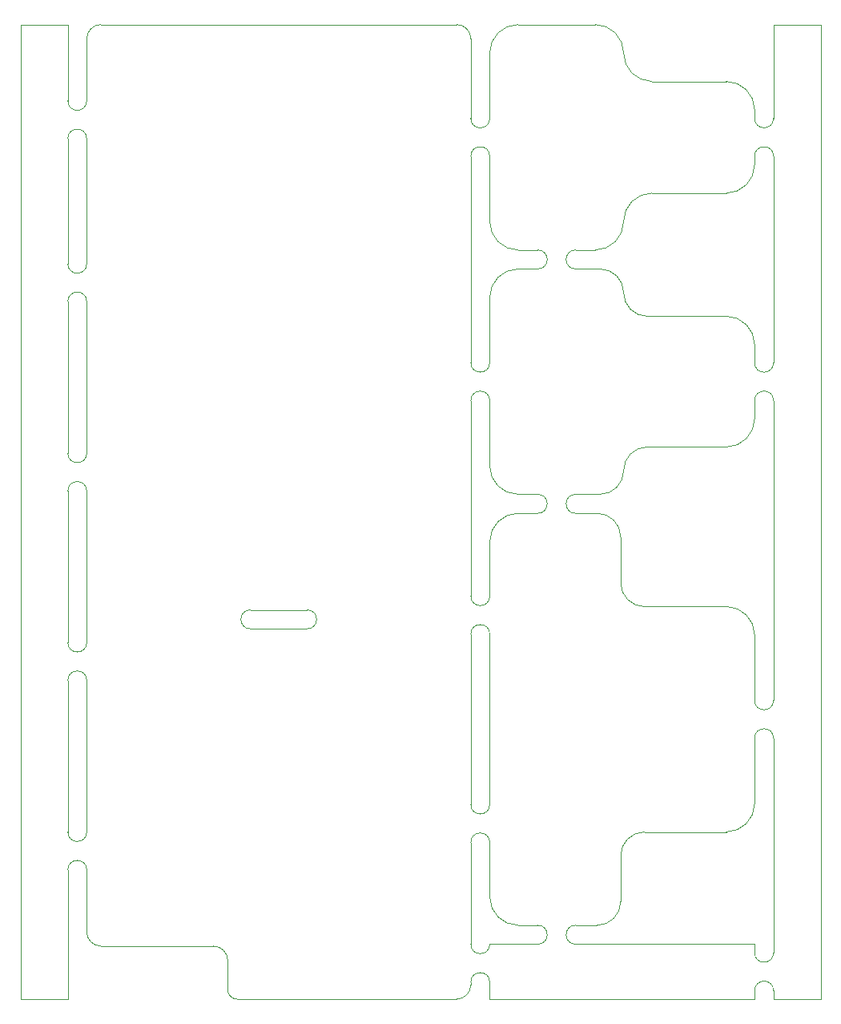
<source format=gbr>
%TF.GenerationSoftware,KiCad,Pcbnew,8.0.3*%
%TF.CreationDate,2024-06-12T08:46:35+02:00*%
%TF.ProjectId,EVT-PCB,4556542d-5043-4422-9e6b-696361645f70,rev?*%
%TF.SameCoordinates,PX3d6aa80PY9402a00*%
%TF.FileFunction,Profile,NP*%
%FSLAX46Y46*%
G04 Gerber Fmt 4.6, Leading zero omitted, Abs format (unit mm)*
G04 Created by KiCad (PCBNEW 8.0.3) date 2024-06-12 08:46:35*
%MOMM*%
%LPD*%
G01*
G04 APERTURE LIST*
%TA.AperFunction,Profile*%
%ADD10C,0.100000*%
%TD*%
G04 APERTURE END LIST*
D10*
X49600000Y89000000D02*
X49600000Y82100000D01*
X74600000Y85100000D02*
X66750000Y85100000D01*
X47600000Y89000000D02*
G75*
G02*
X49600000Y89000000I1000000J0D01*
G01*
X84600000Y0D02*
X84600000Y102900000D01*
X8500000Y5600000D02*
G75*
G02*
X7000000Y7100000I0J1500000D01*
G01*
X5000000Y13650000D02*
G75*
G02*
X7000000Y13650000I1000000J0D01*
G01*
X49600000Y56300000D02*
X49600000Y63200000D01*
X5000000Y77650000D02*
X5000000Y90850000D01*
X49600000Y74100000D02*
G75*
G02*
X52600000Y77100000I3000000J0D01*
G01*
X79600000Y900000D02*
X79600000Y0D01*
X66750000Y96900000D02*
G75*
G02*
X63750000Y99900000I0J3000000D01*
G01*
X54675000Y79100000D02*
G75*
G02*
X54675000Y77100000I0J-1000000D01*
G01*
X77600000Y93900000D02*
X77600000Y93000000D01*
X49600000Y20550000D02*
X49600000Y38550000D01*
X74600000Y72100000D02*
X66250000Y72100000D01*
X60950000Y51300000D02*
X58675000Y51300000D01*
X7000000Y17650000D02*
G75*
G02*
X5000000Y17650000I-1000000J0D01*
G01*
X77600000Y20650000D02*
X77600000Y27550000D01*
X30300000Y41100000D02*
X24300000Y41100000D01*
X22900000Y0D02*
G75*
G02*
X21900000Y1000000I0J1000000D01*
G01*
X74600000Y41450000D02*
G75*
G02*
X77600000Y38450000I0J-3000000D01*
G01*
X77600000Y31550000D02*
X77600000Y38450000D01*
X47600000Y1800000D02*
G75*
G02*
X49600000Y1800000I1000000J0D01*
G01*
X47600000Y63200000D02*
G75*
G02*
X49600000Y63200000I1000000J0D01*
G01*
X49600000Y67200000D02*
X49600000Y74100000D01*
X47600000Y16550000D02*
G75*
G02*
X49600000Y16550000I1000000J0D01*
G01*
X30300000Y41100000D02*
G75*
G02*
X30300000Y39100000I0J-1000000D01*
G01*
X49600000Y42550000D02*
G75*
G02*
X47600000Y42550000I-1000000J0D01*
G01*
X7000000Y90850000D02*
X7000000Y77650000D01*
X5000000Y33650000D02*
G75*
G02*
X7000000Y33650000I1000000J0D01*
G01*
X52600000Y53300000D02*
G75*
G02*
X49600000Y56300000I0J3000000D01*
G01*
X65950000Y17650000D02*
X74600000Y17650000D01*
X49600000Y67200000D02*
G75*
G02*
X47600000Y67200000I-1000000J0D01*
G01*
X77600000Y67200000D02*
X77600000Y69100000D01*
X60750000Y102900000D02*
X52600000Y102900000D01*
X49600000Y16550000D02*
X49600000Y10800000D01*
X60950000Y51300000D02*
G75*
G02*
X63450000Y48800000I0J-2500000D01*
G01*
X5000000Y90850000D02*
G75*
G02*
X7000000Y90850000I1000000J0D01*
G01*
X77600000Y27550000D02*
G75*
G02*
X79600000Y27550000I1000000J0D01*
G01*
X58675000Y77100000D02*
G75*
G02*
X58675000Y79100000I0J1000000D01*
G01*
X58675000Y53300000D02*
X61250000Y53300000D01*
X46100000Y102900000D02*
G75*
G02*
X47600000Y101400000I0J-1500000D01*
G01*
X49600000Y99900000D02*
X49600000Y93000000D01*
X61250000Y77100000D02*
X58675000Y77100000D01*
X58675000Y7800000D02*
X60950000Y7800000D01*
X5000000Y102900000D02*
X5000000Y94850000D01*
X60750000Y102900000D02*
G75*
G02*
X63750000Y99900000I0J-3000000D01*
G01*
X47600000Y1500000D02*
G75*
G02*
X46100000Y0I-1500000J0D01*
G01*
X5000000Y53650000D02*
G75*
G02*
X7000000Y53650000I1000000J0D01*
G01*
X47600000Y38550000D02*
X47600000Y20550000D01*
X77600000Y88100000D02*
G75*
G02*
X74600000Y85100000I-3000000J0D01*
G01*
X74600000Y72100000D02*
G75*
G02*
X77600000Y69100000I0J-3000000D01*
G01*
X54675000Y53300000D02*
G75*
G02*
X54675000Y51300000I0J-1000000D01*
G01*
X77600000Y20650000D02*
G75*
G02*
X74600000Y17650000I-3000000J0D01*
G01*
X0Y0D02*
X0Y102900000D01*
X77600000Y61300000D02*
G75*
G02*
X74600000Y58300000I-3000000J0D01*
G01*
X7000000Y37650000D02*
G75*
G02*
X5000000Y37650000I-1000000J0D01*
G01*
X49600000Y93000000D02*
G75*
G02*
X47600000Y93000000I-1000000J0D01*
G01*
X79600000Y93000000D02*
X79600000Y102900000D01*
X52600000Y53300000D02*
X54675000Y53300000D01*
X5000000Y102900000D02*
X0Y102900000D01*
X79600000Y31550000D02*
G75*
G02*
X77600000Y31550000I-1000000J0D01*
G01*
X79600000Y4900000D02*
G75*
G02*
X77600000Y4900000I-1000000J0D01*
G01*
X49600000Y20550000D02*
G75*
G02*
X47600000Y20550000I-1000000J0D01*
G01*
X77600000Y900000D02*
G75*
G02*
X79600000Y900000I1000000J0D01*
G01*
X52600000Y7800000D02*
X54675000Y7800000D01*
X63450000Y15150000D02*
G75*
G02*
X65950000Y17650000I2500000J0D01*
G01*
X7000000Y94850000D02*
G75*
G02*
X5000000Y94850000I-1000000J0D01*
G01*
X77600000Y88100000D02*
X77600000Y89000000D01*
X49600000Y0D02*
X49600000Y1800000D01*
X74600000Y96900000D02*
X66750000Y96900000D01*
X77600000Y0D02*
X77600000Y900000D01*
X20400000Y5600000D02*
X8500000Y5600000D01*
X5000000Y57650000D02*
X5000000Y73650000D01*
X21900000Y1000000D02*
X21900000Y4100000D01*
X5000000Y37650000D02*
X5000000Y53650000D01*
X46100000Y0D02*
X22900000Y0D01*
X49600000Y0D02*
X77600000Y0D01*
X49600000Y48300000D02*
G75*
G02*
X52600000Y51300000I3000000J0D01*
G01*
X61250000Y77100000D02*
G75*
G02*
X63750000Y74600000I0J-2500000D01*
G01*
X7000000Y73650000D02*
X7000000Y57650000D01*
X52600000Y7800000D02*
G75*
G02*
X49600000Y10800000I0J3000000D01*
G01*
X7000000Y101400000D02*
G75*
G02*
X8500000Y102900000I1500000J0D01*
G01*
X49600000Y99900000D02*
G75*
G02*
X52600000Y102900000I3000000J0D01*
G01*
X58675000Y79100000D02*
X60750000Y79100000D01*
X79600000Y102900000D02*
X84600000Y102900000D01*
X52600000Y51300000D02*
X54675000Y51300000D01*
X47600000Y89000000D02*
X47600000Y67200000D01*
X7000000Y13650000D02*
X7000000Y7100000D01*
X74600000Y58300000D02*
X66250000Y58300000D01*
X63750000Y82100000D02*
G75*
G02*
X66750000Y85100000I3000000J0D01*
G01*
X79600000Y0D02*
X84600000Y0D01*
X63750000Y82100000D02*
G75*
G02*
X60750000Y79100000I-3000000J0D01*
G01*
X49600000Y42550000D02*
X49600000Y48300000D01*
X74600000Y96900000D02*
G75*
G02*
X77600000Y93900000I0J-3000000D01*
G01*
X77600000Y61300000D02*
X77600000Y63200000D01*
X79600000Y31550000D02*
X79600000Y63200000D01*
X5000000Y17650000D02*
X5000000Y33650000D01*
X79600000Y93000000D02*
G75*
G02*
X77600000Y93000000I-1000000J0D01*
G01*
X24300000Y39100000D02*
G75*
G02*
X24300000Y41100000I0J1000000D01*
G01*
X77600000Y63200000D02*
G75*
G02*
X79600000Y63200000I1000000J0D01*
G01*
X77600000Y4900000D02*
X77600000Y5800000D01*
X7000000Y33650000D02*
X7000000Y17650000D01*
X52600000Y77100000D02*
X54675000Y77100000D01*
X63750000Y55800000D02*
G75*
G02*
X66250000Y58300000I2500000J0D01*
G01*
X54675000Y5800000D02*
X49600000Y5800000D01*
X52600000Y79100000D02*
G75*
G02*
X49600000Y82100000I0J3000000D01*
G01*
X52600000Y79100000D02*
X54675000Y79100000D01*
X5000000Y0D02*
X0Y0D01*
X79600000Y67200000D02*
G75*
G02*
X77600000Y67200000I-1000000J0D01*
G01*
X5000000Y73650000D02*
G75*
G02*
X7000000Y73650000I1000000J0D01*
G01*
X7000000Y77650000D02*
G75*
G02*
X5000000Y77650000I-1000000J0D01*
G01*
X20400000Y5600000D02*
G75*
G02*
X21900000Y4100000I0J-1500000D01*
G01*
X63450000Y43950000D02*
X63450000Y48800000D01*
X63450000Y10300000D02*
G75*
G02*
X60950000Y7800000I-2500000J0D01*
G01*
X58675000Y51300000D02*
G75*
G02*
X58675000Y53300000I0J1000000D01*
G01*
X63450000Y15150000D02*
X63450000Y10300000D01*
X24300000Y39100000D02*
X30300000Y39100000D01*
X5000000Y13650000D02*
X5000000Y0D01*
X65950000Y41450000D02*
X74600000Y41450000D01*
X65950000Y41450000D02*
G75*
G02*
X63450000Y43950000I0J2500000D01*
G01*
X47600000Y38550000D02*
G75*
G02*
X49600000Y38550000I1000000J0D01*
G01*
X7000000Y94850000D02*
X7000000Y101400000D01*
X7000000Y57650000D02*
G75*
G02*
X5000000Y57650000I-1000000J0D01*
G01*
X47600000Y5800000D02*
X47600000Y16550000D01*
X63750000Y55800000D02*
G75*
G02*
X61250000Y53300000I-2500000J0D01*
G01*
X77600000Y89000000D02*
G75*
G02*
X79600000Y89000000I1000000J0D01*
G01*
X7000000Y53650000D02*
X7000000Y37650000D01*
X49600000Y5800000D02*
G75*
G02*
X47600000Y5800000I-1000000J0D01*
G01*
X47600000Y93000000D02*
X47600000Y101400000D01*
X54675000Y7800000D02*
G75*
G02*
X54675000Y5800000I0J-1000000D01*
G01*
X47600000Y1800000D02*
X47600000Y1500000D01*
X79600000Y27550000D02*
X79600000Y4900000D01*
X66250000Y72100000D02*
G75*
G02*
X63750000Y74600000I0J2500000D01*
G01*
X79600000Y67200000D02*
X79600000Y89000000D01*
X47600000Y63200000D02*
X47600000Y42550000D01*
X58675000Y5800000D02*
G75*
G02*
X58675000Y7800000I0J1000000D01*
G01*
X77600000Y5800000D02*
X58675000Y5800000D01*
X46100000Y102900000D02*
X8500000Y102900000D01*
M02*

</source>
